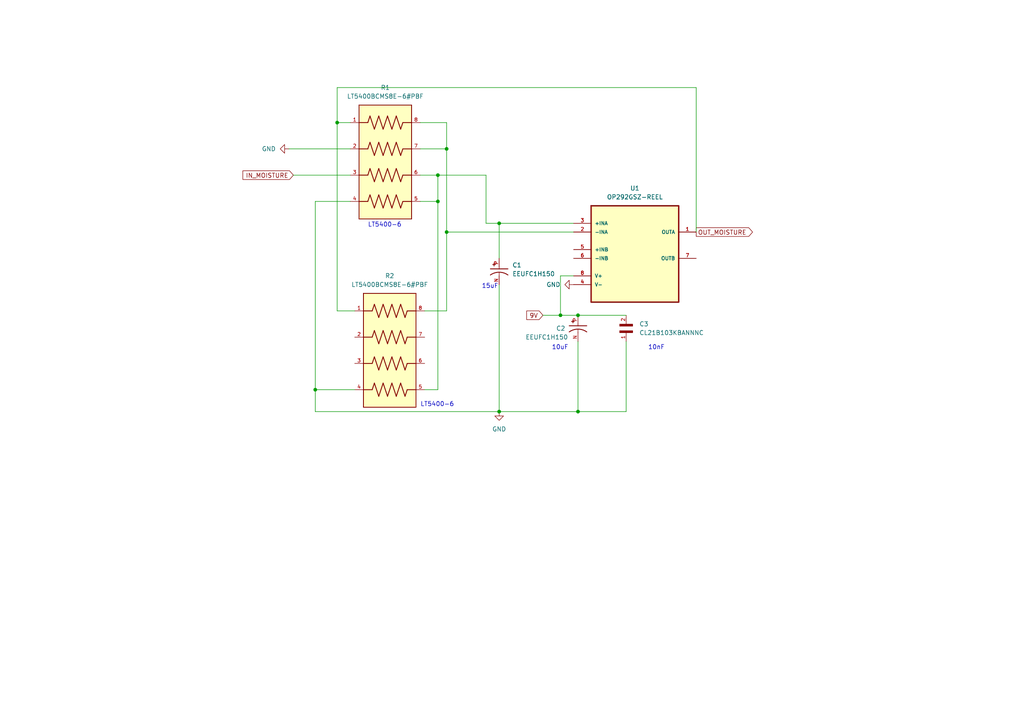
<source format=kicad_sch>
(kicad_sch (version 20211123) (generator eeschema)

  (uuid 8befa3df-156b-4e3a-9802-62060d0f9d5f)

  (paper "A4")

  (title_block
    (title "Acondicionamiento del sensor de Humedad de Suelo")
    (date "2023-06-10")
    (company "UC3M")
    (comment 1 "Se añaden condensadores a la alimentación para eliminar ruido.")
    (comment 2 "Además, se añade un filtrado de la señal a 10 Hz.")
    (comment 3 "Se realiza una amplificación de 2.5 de la señal del sensor.")
  )

  (lib_symbols
    (symbol "CL21B103KBANNNC:CL21B103KBANNNC" (pin_names (offset 1.016)) (in_bom yes) (on_board yes)
      (property "Reference" "C" (id 0) (at 0 3.81 0)
        (effects (font (size 1.27 1.27)) (justify left bottom))
      )
      (property "Value" "CL21B103KBANNNC" (id 1) (at 0 -5.08 0)
        (effects (font (size 1.27 1.27)) (justify left bottom))
      )
      (property "Footprint" "CAPC2012X140N" (id 2) (at 0 0 0)
        (effects (font (size 1.27 1.27)) (justify bottom) hide)
      )
      (property "Datasheet" "" (id 3) (at 0 0 0)
        (effects (font (size 1.27 1.27)) hide)
      )
      (symbol "CL21B103KBANNNC_0_0"
        (rectangle (start 0 -1.905) (end 0.635 1.905)
          (stroke (width 0.1) (type default) (color 0 0 0 0))
          (fill (type outline))
        )
        (rectangle (start 1.905 -1.905) (end 2.54 1.905)
          (stroke (width 0.1) (type default) (color 0 0 0 0))
          (fill (type outline))
        )
        (pin passive line (at 5.08 0 180) (length 2.54)
          (name "~" (effects (font (size 1.016 1.016))))
          (number "1" (effects (font (size 1.016 1.016))))
        )
        (pin passive line (at -2.54 0 0) (length 2.54)
          (name "~" (effects (font (size 1.016 1.016))))
          (number "2" (effects (font (size 1.016 1.016))))
        )
      )
    )
    (symbol "EEUFC1H150:EEUFC1H150" (pin_names (offset 1.016)) (in_bom yes) (on_board yes)
      (property "Reference" "C" (id 0) (at -2.54 3.81 0)
        (effects (font (size 1.27 1.27)) (justify left bottom))
      )
      (property "Value" "EEUFC1H150" (id 1) (at -2.54 -5.08 0)
        (effects (font (size 1.27 1.27)) (justify left bottom))
      )
      (property "Footprint" "CAPPRD200W50D500H1100" (id 2) (at 0 0 0)
        (effects (font (size 1.27 1.27)) (justify bottom) hide)
      )
      (property "Datasheet" "" (id 3) (at 0 0 0)
        (effects (font (size 1.27 1.27)) hide)
      )
      (property "MF" "PANASONIC" (id 4) (at 0 0 0)
        (effects (font (size 1.27 1.27)) (justify bottom) hide)
      )
      (property "b_max" "0.55" (id 5) (at 0 0 0)
        (effects (font (size 1.27 1.27)) (justify bottom) hide)
      )
      (property "DESCRIPTION" "FC-A" (id 6) (at 0 0 0)
        (effects (font (size 1.27 1.27)) (justify bottom) hide)
      )
      (property "b_nom" "0.5" (id 7) (at 0 0 0)
        (effects (font (size 1.27 1.27)) (justify bottom) hide)
      )
      (property "PARTREV" "20-DEC-19" (id 8) (at 0 0 0)
        (effects (font (size 1.27 1.27)) (justify bottom) hide)
      )
      (property "A_max" "11" (id 9) (at 0 0 0)
        (effects (font (size 1.27 1.27)) (justify bottom) hide)
      )
      (property "D_nom" "5" (id 10) (at 0 0 0)
        (effects (font (size 1.27 1.27)) (justify bottom) hide)
      )
      (property "e_nom" "2" (id 11) (at 0 0 0)
        (effects (font (size 1.27 1.27)) (justify bottom) hide)
      )
      (symbol "EEUFC1H150_0_0"
        (rectangle (start -1.173 -1.532) (end -0.284 -1.405)
          (stroke (width 0.1) (type default) (color 0 0 0 0))
          (fill (type outline))
        )
        (rectangle (start -0.792 -1.913) (end -0.665 -1.024)
          (stroke (width 0.1) (type default) (color 0 0 0 0))
          (fill (type outline))
        )
        (polyline
          (pts
            (xy 0 0)
            (xy 0.508 0)
          )
          (stroke (width 0.1524) (type default) (color 0 0 0 0))
          (fill (type none))
        )
        (polyline
          (pts
            (xy 0.508 0)
            (xy 0.508 -2.54)
          )
          (stroke (width 0.254) (type default) (color 0 0 0 0))
          (fill (type none))
        )
        (polyline
          (pts
            (xy 0.508 2.54)
            (xy 0.508 0)
          )
          (stroke (width 0.254) (type default) (color 0 0 0 0))
          (fill (type none))
        )
        (polyline
          (pts
            (xy 2.54 0)
            (xy 1.524 0)
          )
          (stroke (width 0.1524) (type default) (color 0 0 0 0))
          (fill (type none))
        )
        (arc (start 2.286 2.54) (mid 1.4851 0) (end 2.286 -2.54)
          (stroke (width 0.254) (type default) (color 0 0 0 0))
          (fill (type none))
        )
        (pin passive line (at 5.08 0 180) (length 2.54)
          (name "~" (effects (font (size 1.016 1.016))))
          (number "N" (effects (font (size 1.016 1.016))))
        )
        (pin passive line (at -2.54 0 0) (length 2.54)
          (name "~" (effects (font (size 1.016 1.016))))
          (number "P" (effects (font (size 1.016 1.016))))
        )
      )
    )
    (symbol "LT5400BCMS8E-6_PBF:LT5400BCMS8E-6#PBF" (pin_names (offset 1.016)) (in_bom yes) (on_board yes)
      (property "Reference" "R" (id 0) (at -7.62 16.51 0)
        (effects (font (size 1.27 1.27)) (justify left bottom))
      )
      (property "Value" "LT5400BCMS8E-6#PBF" (id 1) (at -7.62 -21.59 0)
        (effects (font (size 1.27 1.27)) (justify left bottom))
      )
      (property "Footprint" "SOP65P490X110-9N" (id 2) (at 0 0 0)
        (effects (font (size 1.27 1.27)) (justify bottom) hide)
      )
      (property "Datasheet" "" (id 3) (at 0 0 0)
        (effects (font (size 1.27 1.27)) hide)
      )
      (property "PARTREV" "I" (id 4) (at 0 0 0)
        (effects (font (size 1.27 1.27)) (justify bottom) hide)
      )
      (property "MANUFACTURER" "Linear Technology" (id 5) (at 0 0 0)
        (effects (font (size 1.27 1.27)) (justify bottom) hide)
      )
      (property "MAXIMUM_PACKAGE_HEIGHT" "1.1 mm" (id 6) (at 0 0 0)
        (effects (font (size 1.27 1.27)) (justify bottom) hide)
      )
      (property "STANDARD" "IPC 7351B" (id 7) (at 0 0 0)
        (effects (font (size 1.27 1.27)) (justify bottom) hide)
      )
      (symbol "LT5400BCMS8E-6#PBF_0_0"
        (rectangle (start -7.62 -17.78) (end 7.62 15.24)
          (stroke (width 0.254) (type default) (color 0 0 0 0))
          (fill (type background))
        )
        (polyline
          (pts
            (xy -5.08 -12.7)
            (xy -7.62 -12.7)
          )
          (stroke (width 0.254) (type default) (color 0 0 0 0))
          (fill (type none))
        )
        (polyline
          (pts
            (xy -5.08 -12.7)
            (xy -4.445 -10.795)
          )
          (stroke (width 0.254) (type default) (color 0 0 0 0))
          (fill (type none))
        )
        (polyline
          (pts
            (xy -5.08 -5.08)
            (xy -7.62 -5.08)
          )
          (stroke (width 0.254) (type default) (color 0 0 0 0))
          (fill (type none))
        )
        (polyline
          (pts
            (xy -5.08 -5.08)
            (xy -4.445 -3.175)
          )
          (stroke (width 0.254) (type default) (color 0 0 0 0))
          (fill (type none))
        )
        (polyline
          (pts
            (xy -5.08 2.54)
            (xy -7.62 2.54)
          )
          (stroke (width 0.254) (type default) (color 0 0 0 0))
          (fill (type none))
        )
        (polyline
          (pts
            (xy -5.08 2.54)
            (xy -4.445 4.445)
          )
          (stroke (width 0.254) (type default) (color 0 0 0 0))
          (fill (type none))
        )
        (polyline
          (pts
            (xy -5.08 10.16)
            (xy -7.62 10.16)
          )
          (stroke (width 0.254) (type default) (color 0 0 0 0))
          (fill (type none))
        )
        (polyline
          (pts
            (xy -5.08 10.16)
            (xy -4.445 12.065)
          )
          (stroke (width 0.254) (type default) (color 0 0 0 0))
          (fill (type none))
        )
        (polyline
          (pts
            (xy -4.445 -10.795)
            (xy -3.175 -14.605)
          )
          (stroke (width 0.254) (type default) (color 0 0 0 0))
          (fill (type none))
        )
        (polyline
          (pts
            (xy -4.445 -3.175)
            (xy -3.175 -6.985)
          )
          (stroke (width 0.254) (type default) (color 0 0 0 0))
          (fill (type none))
        )
        (polyline
          (pts
            (xy -4.445 4.445)
            (xy -3.175 0.635)
          )
          (stroke (width 0.254) (type default) (color 0 0 0 0))
          (fill (type none))
        )
        (polyline
          (pts
            (xy -4.445 12.065)
            (xy -3.175 8.255)
          )
          (stroke (width 0.254) (type default) (color 0 0 0 0))
          (fill (type none))
        )
        (polyline
          (pts
            (xy -3.175 -14.605)
            (xy -1.905 -10.795)
          )
          (stroke (width 0.254) (type default) (color 0 0 0 0))
          (fill (type none))
        )
        (polyline
          (pts
            (xy -3.175 -6.985)
            (xy -1.905 -3.175)
          )
          (stroke (width 0.254) (type default) (color 0 0 0 0))
          (fill (type none))
        )
        (polyline
          (pts
            (xy -3.175 0.635)
            (xy -1.905 4.445)
          )
          (stroke (width 0.254) (type default) (color 0 0 0 0))
          (fill (type none))
        )
        (polyline
          (pts
            (xy -3.175 8.255)
            (xy -1.905 12.065)
          )
          (stroke (width 0.254) (type default) (color 0 0 0 0))
          (fill (type none))
        )
        (polyline
          (pts
            (xy -1.905 -10.795)
            (xy -0.635 -14.605)
          )
          (stroke (width 0.254) (type default) (color 0 0 0 0))
          (fill (type none))
        )
        (polyline
          (pts
            (xy -1.905 -3.175)
            (xy -0.635 -6.985)
          )
          (stroke (width 0.254) (type default) (color 0 0 0 0))
          (fill (type none))
        )
        (polyline
          (pts
            (xy -1.905 4.445)
            (xy -0.635 0.635)
          )
          (stroke (width 0.254) (type default) (color 0 0 0 0))
          (fill (type none))
        )
        (polyline
          (pts
            (xy -1.905 12.065)
            (xy -0.635 8.255)
          )
          (stroke (width 0.254) (type default) (color 0 0 0 0))
          (fill (type none))
        )
        (polyline
          (pts
            (xy -0.635 -14.605)
            (xy 0.635 -10.795)
          )
          (stroke (width 0.254) (type default) (color 0 0 0 0))
          (fill (type none))
        )
        (polyline
          (pts
            (xy -0.635 -6.985)
            (xy 0.635 -3.175)
          )
          (stroke (width 0.254) (type default) (color 0 0 0 0))
          (fill (type none))
        )
        (polyline
          (pts
            (xy -0.635 0.635)
            (xy 0.635 4.445)
          )
          (stroke (width 0.254) (type default) (color 0 0 0 0))
          (fill (type none))
        )
        (polyline
          (pts
            (xy -0.635 8.255)
            (xy 0.635 12.065)
          )
          (stroke (width 0.254) (type default) (color 0 0 0 0))
          (fill (type none))
        )
        (polyline
          (pts
            (xy 0.635 -10.795)
            (xy 1.905 -14.605)
          )
          (stroke (width 0.254) (type default) (color 0 0 0 0))
          (fill (type none))
        )
        (polyline
          (pts
            (xy 0.635 -3.175)
            (xy 1.905 -6.985)
          )
          (stroke (width 0.254) (type default) (color 0 0 0 0))
          (fill (type none))
        )
        (polyline
          (pts
            (xy 0.635 4.445)
            (xy 1.905 0.635)
          )
          (stroke (width 0.254) (type default) (color 0 0 0 0))
          (fill (type none))
        )
        (polyline
          (pts
            (xy 0.635 12.065)
            (xy 1.905 8.255)
          )
          (stroke (width 0.254) (type default) (color 0 0 0 0))
          (fill (type none))
        )
        (polyline
          (pts
            (xy 1.905 -14.605)
            (xy 3.175 -10.795)
          )
          (stroke (width 0.254) (type default) (color 0 0 0 0))
          (fill (type none))
        )
        (polyline
          (pts
            (xy 1.905 -6.985)
            (xy 3.175 -3.175)
          )
          (stroke (width 0.254) (type default) (color 0 0 0 0))
          (fill (type none))
        )
        (polyline
          (pts
            (xy 1.905 0.635)
            (xy 3.175 4.445)
          )
          (stroke (width 0.254) (type default) (color 0 0 0 0))
          (fill (type none))
        )
        (polyline
          (pts
            (xy 1.905 8.255)
            (xy 3.175 12.065)
          )
          (stroke (width 0.254) (type default) (color 0 0 0 0))
          (fill (type none))
        )
        (polyline
          (pts
            (xy 3.175 -10.795)
            (xy 4.445 -14.605)
          )
          (stroke (width 0.254) (type default) (color 0 0 0 0))
          (fill (type none))
        )
        (polyline
          (pts
            (xy 3.175 -3.175)
            (xy 4.445 -6.985)
          )
          (stroke (width 0.254) (type default) (color 0 0 0 0))
          (fill (type none))
        )
        (polyline
          (pts
            (xy 3.175 4.445)
            (xy 4.445 0.635)
          )
          (stroke (width 0.254) (type default) (color 0 0 0 0))
          (fill (type none))
        )
        (polyline
          (pts
            (xy 3.175 12.065)
            (xy 4.445 8.255)
          )
          (stroke (width 0.254) (type default) (color 0 0 0 0))
          (fill (type none))
        )
        (polyline
          (pts
            (xy 4.445 -14.605)
            (xy 5.08 -12.7)
          )
          (stroke (width 0.254) (type default) (color 0 0 0 0))
          (fill (type none))
        )
        (polyline
          (pts
            (xy 4.445 -6.985)
            (xy 5.08 -5.08)
          )
          (stroke (width 0.254) (type default) (color 0 0 0 0))
          (fill (type none))
        )
        (polyline
          (pts
            (xy 4.445 0.635)
            (xy 5.08 2.54)
          )
          (stroke (width 0.254) (type default) (color 0 0 0 0))
          (fill (type none))
        )
        (polyline
          (pts
            (xy 4.445 8.255)
            (xy 5.08 10.16)
          )
          (stroke (width 0.254) (type default) (color 0 0 0 0))
          (fill (type none))
        )
        (polyline
          (pts
            (xy 5.08 -12.7)
            (xy 7.62 -12.7)
          )
          (stroke (width 0.254) (type default) (color 0 0 0 0))
          (fill (type none))
        )
        (polyline
          (pts
            (xy 5.08 -5.08)
            (xy 7.62 -5.08)
          )
          (stroke (width 0.254) (type default) (color 0 0 0 0))
          (fill (type none))
        )
        (polyline
          (pts
            (xy 5.08 2.54)
            (xy 7.62 2.54)
          )
          (stroke (width 0.254) (type default) (color 0 0 0 0))
          (fill (type none))
        )
        (polyline
          (pts
            (xy 5.08 10.16)
            (xy 7.62 10.16)
          )
          (stroke (width 0.254) (type default) (color 0 0 0 0))
          (fill (type none))
        )
        (pin passive line (at -10.16 10.16 0) (length 2.54)
          (name "~" (effects (font (size 1.016 1.016))))
          (number "1" (effects (font (size 1.016 1.016))))
        )
        (pin passive line (at -10.16 2.54 0) (length 2.54)
          (name "~" (effects (font (size 1.016 1.016))))
          (number "2" (effects (font (size 1.016 1.016))))
        )
        (pin passive line (at -10.16 -5.08 0) (length 2.54)
          (name "~" (effects (font (size 1.016 1.016))))
          (number "3" (effects (font (size 1.016 1.016))))
        )
        (pin passive line (at -10.16 -12.7 0) (length 2.54)
          (name "~" (effects (font (size 1.016 1.016))))
          (number "4" (effects (font (size 1.016 1.016))))
        )
        (pin passive line (at 10.16 -12.7 180) (length 2.54)
          (name "~" (effects (font (size 1.016 1.016))))
          (number "5" (effects (font (size 1.016 1.016))))
        )
        (pin passive line (at 10.16 -5.08 180) (length 2.54)
          (name "~" (effects (font (size 1.016 1.016))))
          (number "6" (effects (font (size 1.016 1.016))))
        )
        (pin passive line (at 10.16 2.54 180) (length 2.54)
          (name "~" (effects (font (size 1.016 1.016))))
          (number "7" (effects (font (size 1.016 1.016))))
        )
        (pin passive line (at 10.16 10.16 180) (length 2.54)
          (name "~" (effects (font (size 1.016 1.016))))
          (number "8" (effects (font (size 1.016 1.016))))
        )
      )
    )
    (symbol "OP292GSZ-REEL:OP292GSZ-REEL" (pin_names (offset 1.016)) (in_bom yes) (on_board yes)
      (property "Reference" "U" (id 0) (at -4.7764 11.0264 0)
        (effects (font (size 1.27 1.27)) (justify left bottom))
      )
      (property "Value" "OP292GSZ-REEL" (id 1) (at -5.6186 -20.1607 0)
        (effects (font (size 1.27 1.27)) (justify left bottom))
      )
      (property "Footprint" "SOIC127P600X175-8N" (id 2) (at 0 0 0)
        (effects (font (size 1.27 1.27)) (justify bottom) hide)
      )
      (property "Datasheet" "" (id 3) (at 0 0 0)
        (effects (font (size 1.27 1.27)) hide)
      )
      (property "MPN" "OP292GSZ-REEL" (id 4) (at 0 0 0)
        (effects (font (size 1.27 1.27)) (justify bottom) hide)
      )
      (property "OC_FARNELL" "unknown" (id 5) (at 0 0 0)
        (effects (font (size 1.27 1.27)) (justify bottom) hide)
      )
      (property "OC_NEWARK" "59K8859" (id 6) (at 0 0 0)
        (effects (font (size 1.27 1.27)) (justify bottom) hide)
      )
      (property "SUPPLIER" "Analog Devices" (id 7) (at 0 0 0)
        (effects (font (size 1.27 1.27)) (justify bottom) hide)
      )
      (property "PACKAGE" "SOIC-8" (id 8) (at 0 0 0)
        (effects (font (size 1.27 1.27)) (justify bottom) hide)
      )
      (symbol "OP292GSZ-REEL_0_0"
        (rectangle (start -12.7 -17.78) (end 12.7 10.16)
          (stroke (width 0.4064) (type default) (color 0 0 0 0))
          (fill (type background))
        )
        (pin passive line (at 17.78 2.54 180) (length 5.08)
          (name "OUTA" (effects (font (size 1.016 1.016))))
          (number "1" (effects (font (size 1.016 1.016))))
        )
        (pin passive line (at -17.78 2.54 0) (length 5.08)
          (name "-INA" (effects (font (size 1.016 1.016))))
          (number "2" (effects (font (size 1.016 1.016))))
        )
        (pin passive line (at -17.78 5.08 0) (length 5.08)
          (name "+INA" (effects (font (size 1.016 1.016))))
          (number "3" (effects (font (size 1.016 1.016))))
        )
        (pin power_in line (at -17.78 -12.7 0) (length 5.08)
          (name "V-" (effects (font (size 1.016 1.016))))
          (number "4" (effects (font (size 1.016 1.016))))
        )
        (pin passive line (at -17.78 -2.54 0) (length 5.08)
          (name "+INB" (effects (font (size 1.016 1.016))))
          (number "5" (effects (font (size 1.016 1.016))))
        )
        (pin passive line (at -17.78 -5.08 0) (length 5.08)
          (name "-INB" (effects (font (size 1.016 1.016))))
          (number "6" (effects (font (size 1.016 1.016))))
        )
        (pin passive line (at 17.78 -5.08 180) (length 5.08)
          (name "OUTB" (effects (font (size 1.016 1.016))))
          (number "7" (effects (font (size 1.016 1.016))))
        )
        (pin power_in line (at -17.78 -10.16 0) (length 5.08)
          (name "V+" (effects (font (size 1.016 1.016))))
          (number "8" (effects (font (size 1.016 1.016))))
        )
      )
    )
    (symbol "power:GND" (power) (pin_names (offset 0)) (in_bom yes) (on_board yes)
      (property "Reference" "#PWR" (id 0) (at 0 -6.35 0)
        (effects (font (size 1.27 1.27)) hide)
      )
      (property "Value" "GND" (id 1) (at 0 -3.81 0)
        (effects (font (size 1.27 1.27)))
      )
      (property "Footprint" "" (id 2) (at 0 0 0)
        (effects (font (size 1.27 1.27)) hide)
      )
      (property "Datasheet" "" (id 3) (at 0 0 0)
        (effects (font (size 1.27 1.27)) hide)
      )
      (property "ki_keywords" "power-flag" (id 4) (at 0 0 0)
        (effects (font (size 1.27 1.27)) hide)
      )
      (property "ki_description" "Power symbol creates a global label with name \"GND\" , ground" (id 5) (at 0 0 0)
        (effects (font (size 1.27 1.27)) hide)
      )
      (symbol "GND_0_1"
        (polyline
          (pts
            (xy 0 0)
            (xy 0 -1.27)
            (xy 1.27 -1.27)
            (xy 0 -2.54)
            (xy -1.27 -1.27)
            (xy 0 -1.27)
          )
          (stroke (width 0) (type default) (color 0 0 0 0))
          (fill (type none))
        )
      )
      (symbol "GND_1_1"
        (pin power_in line (at 0 0 270) (length 0) hide
          (name "GND" (effects (font (size 1.27 1.27))))
          (number "1" (effects (font (size 1.27 1.27))))
        )
      )
    )
  )

  (junction (at 91.44 113.03) (diameter 0) (color 0 0 0 0)
    (uuid 11e0a0d8-7fb0-4a99-b4aa-7372c950cc90)
  )
  (junction (at 167.64 119.38) (diameter 0) (color 0 0 0 0)
    (uuid 16f04a16-84ca-4ced-b8c5-86657ae037be)
  )
  (junction (at 167.64 91.44) (diameter 0) (color 0 0 0 0)
    (uuid 230c21fd-557f-4c55-91e0-8192bf759cfb)
  )
  (junction (at 144.78 64.77) (diameter 0) (color 0 0 0 0)
    (uuid 4a707d22-2be6-47ba-b2e3-dd68a398e6cc)
  )
  (junction (at 129.54 67.31) (diameter 0) (color 0 0 0 0)
    (uuid 78795233-1bc4-4e5e-87d4-8137f3c8cc69)
  )
  (junction (at 127 50.8) (diameter 0) (color 0 0 0 0)
    (uuid a0a3e210-e1f1-4d4f-9b9a-d43d293b6744)
  )
  (junction (at 144.78 119.38) (diameter 0) (color 0 0 0 0)
    (uuid a2097879-bc59-458b-a4ba-1eb3d5f69dbb)
  )
  (junction (at 162.56 91.44) (diameter 0) (color 0 0 0 0)
    (uuid a5cd8eba-3f2d-432f-9bbe-65d2b0cbff48)
  )
  (junction (at 129.54 43.18) (diameter 0) (color 0 0 0 0)
    (uuid ce8a5894-8886-469d-a824-0fed239c159a)
  )
  (junction (at 127 58.42) (diameter 0) (color 0 0 0 0)
    (uuid ef50ec94-7fd6-4257-b1e8-b00dc9ea8f1e)
  )
  (junction (at 97.79 35.56) (diameter 0) (color 0 0 0 0)
    (uuid f589b2c3-052a-4a06-bfa6-0c264707fbb9)
  )

  (wire (pts (xy 157.48 91.44) (xy 162.56 91.44))
    (stroke (width 0) (type default) (color 0 0 0 0))
    (uuid 028cac24-9ccf-4dd7-9f8a-f5208d3b62f6)
  )
  (wire (pts (xy 181.61 99.06) (xy 181.61 119.38))
    (stroke (width 0) (type default) (color 0 0 0 0))
    (uuid 08b3ebaf-6d1b-4911-8f63-a36c72b92fbe)
  )
  (wire (pts (xy 181.61 119.38) (xy 167.64 119.38))
    (stroke (width 0) (type default) (color 0 0 0 0))
    (uuid 0ab1848a-b3c3-4d4f-920a-dd60fe7f18b1)
  )
  (wire (pts (xy 102.87 90.17) (xy 97.79 90.17))
    (stroke (width 0) (type default) (color 0 0 0 0))
    (uuid 1fb81ed7-a1d4-4aca-a373-d5599f8a8be0)
  )
  (wire (pts (xy 144.78 64.77) (xy 144.78 74.93))
    (stroke (width 0) (type default) (color 0 0 0 0))
    (uuid 209064c6-79b9-455c-b0e6-9af25441cda1)
  )
  (wire (pts (xy 121.92 35.56) (xy 129.54 35.56))
    (stroke (width 0) (type default) (color 0 0 0 0))
    (uuid 2a73cfef-3bc7-446b-98c8-92bbc42f8271)
  )
  (wire (pts (xy 97.79 90.17) (xy 97.79 35.56))
    (stroke (width 0) (type default) (color 0 0 0 0))
    (uuid 2e4ca023-74d6-43c8-bd7f-dad21c5e4b01)
  )
  (wire (pts (xy 91.44 58.42) (xy 91.44 113.03))
    (stroke (width 0) (type default) (color 0 0 0 0))
    (uuid 3efc8e16-5d50-45ec-b62a-83a1cbe670c2)
  )
  (wire (pts (xy 129.54 43.18) (xy 129.54 67.31))
    (stroke (width 0) (type default) (color 0 0 0 0))
    (uuid 4b2cfac8-0313-4461-93d7-e0f901a2a687)
  )
  (wire (pts (xy 129.54 67.31) (xy 129.54 90.17))
    (stroke (width 0) (type default) (color 0 0 0 0))
    (uuid 50090234-7ee3-4e93-a815-7f39bab0aac2)
  )
  (wire (pts (xy 101.6 58.42) (xy 91.44 58.42))
    (stroke (width 0) (type default) (color 0 0 0 0))
    (uuid 54ab82ba-a940-473f-920e-076bd5035554)
  )
  (wire (pts (xy 83.82 43.18) (xy 101.6 43.18))
    (stroke (width 0) (type default) (color 0 0 0 0))
    (uuid 59551657-4814-4211-ac1d-3484f5438334)
  )
  (wire (pts (xy 91.44 119.38) (xy 144.78 119.38))
    (stroke (width 0) (type default) (color 0 0 0 0))
    (uuid 5c4fabe2-948f-4964-9767-8fbdf1f21baa)
  )
  (wire (pts (xy 127 50.8) (xy 127 58.42))
    (stroke (width 0) (type default) (color 0 0 0 0))
    (uuid 5cd48bc3-4e1b-42a8-9667-abb99a7dd0ce)
  )
  (wire (pts (xy 140.97 64.77) (xy 144.78 64.77))
    (stroke (width 0) (type default) (color 0 0 0 0))
    (uuid 70f3a2ef-c689-4dc4-b0ee-264c432b1a32)
  )
  (wire (pts (xy 127 113.03) (xy 123.19 113.03))
    (stroke (width 0) (type default) (color 0 0 0 0))
    (uuid 73c89b10-efed-4a77-8157-b00de703339b)
  )
  (wire (pts (xy 121.92 58.42) (xy 127 58.42))
    (stroke (width 0) (type default) (color 0 0 0 0))
    (uuid 7a365aab-de95-4f74-887d-0953856b58c6)
  )
  (wire (pts (xy 167.64 119.38) (xy 144.78 119.38))
    (stroke (width 0) (type default) (color 0 0 0 0))
    (uuid 7b7660e3-f403-489a-af84-e0d4b8171d30)
  )
  (wire (pts (xy 144.78 64.77) (xy 166.37 64.77))
    (stroke (width 0) (type default) (color 0 0 0 0))
    (uuid 7c06aa12-e7ad-4285-aa9f-30a165c2cb44)
  )
  (wire (pts (xy 97.79 25.4) (xy 97.79 35.56))
    (stroke (width 0) (type default) (color 0 0 0 0))
    (uuid 7f086ee9-644b-4b9d-a433-b39547978c35)
  )
  (wire (pts (xy 123.19 90.17) (xy 129.54 90.17))
    (stroke (width 0) (type default) (color 0 0 0 0))
    (uuid 895d0db5-7f63-45ea-bce3-1efcea16b886)
  )
  (wire (pts (xy 167.64 99.06) (xy 167.64 119.38))
    (stroke (width 0) (type default) (color 0 0 0 0))
    (uuid 8dee58c0-db86-468b-85b5-47854ec890f6)
  )
  (wire (pts (xy 162.56 80.01) (xy 166.37 80.01))
    (stroke (width 0) (type default) (color 0 0 0 0))
    (uuid 8f214a99-0865-402b-9be6-9190b1e1eb09)
  )
  (wire (pts (xy 129.54 35.56) (xy 129.54 43.18))
    (stroke (width 0) (type default) (color 0 0 0 0))
    (uuid 97dc86c9-e8e1-4949-ba5a-0c5c7f1bab50)
  )
  (wire (pts (xy 162.56 91.44) (xy 162.56 80.01))
    (stroke (width 0) (type default) (color 0 0 0 0))
    (uuid 9d4c5ec0-9dc8-4a56-968a-269129ce5097)
  )
  (wire (pts (xy 91.44 113.03) (xy 91.44 119.38))
    (stroke (width 0) (type default) (color 0 0 0 0))
    (uuid 9e5d99f1-f2e9-45bc-85b1-0fcaa8cf45b5)
  )
  (wire (pts (xy 121.92 43.18) (xy 129.54 43.18))
    (stroke (width 0) (type default) (color 0 0 0 0))
    (uuid adee8dbc-3f35-4c5c-bbe9-1b092742d146)
  )
  (wire (pts (xy 127 50.8) (xy 140.97 50.8))
    (stroke (width 0) (type default) (color 0 0 0 0))
    (uuid c10c070a-d1a7-4028-a36e-b65bc6f8e9f9)
  )
  (wire (pts (xy 97.79 25.4) (xy 201.93 25.4))
    (stroke (width 0) (type default) (color 0 0 0 0))
    (uuid ced72b22-75a1-47d1-8775-343db590c61d)
  )
  (wire (pts (xy 166.37 67.31) (xy 129.54 67.31))
    (stroke (width 0) (type default) (color 0 0 0 0))
    (uuid d202518a-e18c-45cd-a483-c2ead0e9771a)
  )
  (wire (pts (xy 85.09 50.8) (xy 101.6 50.8))
    (stroke (width 0) (type default) (color 0 0 0 0))
    (uuid d2fc26a0-039e-482b-9e47-555b773dde6a)
  )
  (wire (pts (xy 140.97 50.8) (xy 140.97 64.77))
    (stroke (width 0) (type default) (color 0 0 0 0))
    (uuid df8f8cb1-ce61-47ac-a883-cc2940dc24ec)
  )
  (wire (pts (xy 144.78 82.55) (xy 144.78 119.38))
    (stroke (width 0) (type default) (color 0 0 0 0))
    (uuid e27447bb-1afb-482d-926d-373d9fc0e75b)
  )
  (wire (pts (xy 127 58.42) (xy 127 113.03))
    (stroke (width 0) (type default) (color 0 0 0 0))
    (uuid e5128290-b775-418a-84b2-18f79dd95ce8)
  )
  (wire (pts (xy 121.92 50.8) (xy 127 50.8))
    (stroke (width 0) (type default) (color 0 0 0 0))
    (uuid e653aecc-7eaf-415f-a3c5-720e0e6c9d85)
  )
  (wire (pts (xy 201.93 25.4) (xy 201.93 67.31))
    (stroke (width 0) (type default) (color 0 0 0 0))
    (uuid e8d46bbb-15b6-47ea-85b2-8b79a359c874)
  )
  (wire (pts (xy 91.44 113.03) (xy 102.87 113.03))
    (stroke (width 0) (type default) (color 0 0 0 0))
    (uuid e8df2d9b-c17b-4f71-835b-21c004856288)
  )
  (wire (pts (xy 97.79 35.56) (xy 101.6 35.56))
    (stroke (width 0) (type default) (color 0 0 0 0))
    (uuid edbda1a8-d5f3-498b-9613-e61f069639fd)
  )
  (wire (pts (xy 162.56 91.44) (xy 167.64 91.44))
    (stroke (width 0) (type default) (color 0 0 0 0))
    (uuid f2c6195c-0827-4f14-b97e-adbd3a7f2893)
  )
  (wire (pts (xy 167.64 91.44) (xy 181.61 91.44))
    (stroke (width 0) (type default) (color 0 0 0 0))
    (uuid fbb45c56-fc12-48a5-af55-8591e4f19eb0)
  )

  (text "10nF" (at 187.96 101.6 0)
    (effects (font (size 1.27 1.27)) (justify left bottom))
    (uuid 069518cd-1112-4644-a8e4-430df3d67362)
  )
  (text "LT5400-6" (at 106.68 66.04 0)
    (effects (font (size 1.27 1.27)) (justify left bottom))
    (uuid 155a5f08-4180-445b-a0ff-55f851274fa6)
  )
  (text "10uF" (at 160.02 101.6 0)
    (effects (font (size 1.27 1.27)) (justify left bottom))
    (uuid 708c76c1-be32-4950-a713-795f17b1e3b4)
  )
  (text "LT5400-6" (at 121.92 118.11 0)
    (effects (font (size 1.27 1.27)) (justify left bottom))
    (uuid cd185925-2f21-4ac0-b57d-9031b3f5593e)
  )
  (text "15uF" (at 139.7 83.82 0)
    (effects (font (size 1.27 1.27)) (justify left bottom))
    (uuid ef20a704-c94a-499d-a57f-07151c5b2140)
  )

  (global_label "OUT_MOISTURE" (shape output) (at 201.93 67.31 0) (fields_autoplaced)
    (effects (font (size 1.27 1.27)) (justify left))
    (uuid 49af5eb9-ae99-41df-af63-c013cc131656)
    (property "Intersheet References" "${INTERSHEET_REFS}" (id 0) (at 218.2526 67.2306 0)
      (effects (font (size 1.27 1.27)) (justify left) hide)
    )
  )
  (global_label "IN_MOISTURE" (shape input) (at 85.09 50.8 180) (fields_autoplaced)
    (effects (font (size 1.27 1.27)) (justify right))
    (uuid 7170db73-14f0-4f59-bdc2-251a28f4f7e6)
    (property "Intersheet References" "${INTERSHEET_REFS}" (id 0) (at 70.4607 50.7206 0)
      (effects (font (size 1.27 1.27)) (justify right) hide)
    )
  )
  (global_label "9V" (shape input) (at 157.48 91.44 180) (fields_autoplaced)
    (effects (font (size 1.27 1.27)) (justify right))
    (uuid f44f75b6-0e0e-4b33-8fd1-58934d76ca94)
    (property "Intersheet References" "${INTERSHEET_REFS}" (id 0) (at 152.7688 91.3606 0)
      (effects (font (size 1.27 1.27)) (justify right) hide)
    )
  )

  (symbol (lib_id "LT5400BCMS8E-6_PBF:LT5400BCMS8E-6#PBF") (at 111.76 45.72 0) (unit 1)
    (in_bom yes) (on_board yes) (fields_autoplaced)
    (uuid 3aadcd47-3b1a-42b3-8989-ca3fe4c68af1)
    (property "Reference" "R1" (id 0) (at 111.76 25.4 0))
    (property "Value" "LT5400BCMS8E-6#PBF" (id 1) (at 111.76 27.94 0))
    (property "Footprint" "SOP65P490X110-9N" (id 2) (at 111.76 45.72 0)
      (effects (font (size 1.27 1.27)) (justify bottom) hide)
    )
    (property "Datasheet" "" (id 3) (at 111.76 45.72 0)
      (effects (font (size 1.27 1.27)) hide)
    )
    (property "PARTREV" "I" (id 4) (at 111.76 45.72 0)
      (effects (font (size 1.27 1.27)) (justify bottom) hide)
    )
    (property "MANUFACTURER" "Linear Technology" (id 5) (at 111.76 45.72 0)
      (effects (font (size 1.27 1.27)) (justify bottom) hide)
    )
    (property "MAXIMUM_PACKAGE_HEIGHT" "1.1 mm" (id 6) (at 111.76 45.72 0)
      (effects (font (size 1.27 1.27)) (justify bottom) hide)
    )
    (property "STANDARD" "IPC 7351B" (id 7) (at 111.76 45.72 0)
      (effects (font (size 1.27 1.27)) (justify bottom) hide)
    )
    (pin "1" (uuid 5259354a-007f-41be-9359-08da5f6ab5c9))
    (pin "2" (uuid 131ede4d-6918-421b-9701-8d5d5afc1df8))
    (pin "3" (uuid 513bfad0-05cd-4ea3-8bfd-6428745312d2))
    (pin "4" (uuid 7089e3b6-240b-4353-9407-ac9bb7624116))
    (pin "5" (uuid b7a58ba3-f065-4296-9b5d-b962515721dc))
    (pin "6" (uuid 3dcad3ca-a48b-4cfd-a3dc-a5a9f3b853d4))
    (pin "7" (uuid e33f856d-19f5-4af5-a8f8-fbc66b98be0c))
    (pin "8" (uuid 3c837276-e1e2-486d-8324-696c435595dc))
  )

  (symbol (lib_id "power:GND") (at 166.37 82.55 270) (unit 1)
    (in_bom yes) (on_board yes) (fields_autoplaced)
    (uuid 3c506733-d271-475d-8352-dc4f0667d663)
    (property "Reference" "#PWR0101" (id 0) (at 160.02 82.55 0)
      (effects (font (size 1.27 1.27)) hide)
    )
    (property "Value" "GND" (id 1) (at 162.56 82.5499 90)
      (effects (font (size 1.27 1.27)) (justify right))
    )
    (property "Footprint" "" (id 2) (at 166.37 82.55 0)
      (effects (font (size 1.27 1.27)) hide)
    )
    (property "Datasheet" "" (id 3) (at 166.37 82.55 0)
      (effects (font (size 1.27 1.27)) hide)
    )
    (pin "1" (uuid 95d0797a-6862-4b55-99af-d1b057faad3f))
  )

  (symbol (lib_id "CL21B103KBANNNC:CL21B103KBANNNC") (at 181.61 93.98 270) (unit 1)
    (in_bom yes) (on_board yes) (fields_autoplaced)
    (uuid 831f68d3-6c4e-4d75-a719-56f2c2f749ee)
    (property "Reference" "C3" (id 0) (at 185.42 93.9799 90)
      (effects (font (size 1.27 1.27)) (justify left))
    )
    (property "Value" "CL21B103KBANNNC" (id 1) (at 185.42 96.5199 90)
      (effects (font (size 1.27 1.27)) (justify left))
    )
    (property "Footprint" "CAPC2012X140N" (id 2) (at 181.61 93.98 0)
      (effects (font (size 1.27 1.27)) (justify bottom) hide)
    )
    (property "Datasheet" "" (id 3) (at 181.61 93.98 0)
      (effects (font (size 1.27 1.27)) hide)
    )
    (pin "1" (uuid 63cf99b2-25fc-4d0c-9a8a-552d8880452f))
    (pin "2" (uuid 8ba9e17e-03fc-4264-a79e-18c8f7f0de96))
  )

  (symbol (lib_id "EEUFC1H150:EEUFC1H150") (at 167.64 93.98 270) (unit 1)
    (in_bom yes) (on_board yes)
    (uuid 8c8e7dea-79e8-4e21-9cfe-d151717ec894)
    (property "Reference" "C2" (id 0) (at 161.29 95.25 90)
      (effects (font (size 1.27 1.27)) (justify left))
    )
    (property "Value" "EEUFC1H150" (id 1) (at 152.4 97.79 90)
      (effects (font (size 1.27 1.27)) (justify left))
    )
    (property "Footprint" "CAPPRD200W50D500H1100" (id 2) (at 167.64 93.98 0)
      (effects (font (size 1.27 1.27)) (justify bottom) hide)
    )
    (property "Datasheet" "" (id 3) (at 167.64 93.98 0)
      (effects (font (size 1.27 1.27)) hide)
    )
    (property "MF" "PANASONIC" (id 4) (at 167.64 93.98 0)
      (effects (font (size 1.27 1.27)) (justify bottom) hide)
    )
    (property "b_max" "0.55" (id 5) (at 167.64 93.98 0)
      (effects (font (size 1.27 1.27)) (justify bottom) hide)
    )
    (property "DESCRIPTION" "FC-A" (id 6) (at 167.64 93.98 0)
      (effects (font (size 1.27 1.27)) (justify bottom) hide)
    )
    (property "b_nom" "0.5" (id 7) (at 167.64 93.98 0)
      (effects (font (size 1.27 1.27)) (justify bottom) hide)
    )
    (property "PARTREV" "20-DEC-19" (id 8) (at 167.64 93.98 0)
      (effects (font (size 1.27 1.27)) (justify bottom) hide)
    )
    (property "A_max" "11" (id 9) (at 167.64 93.98 0)
      (effects (font (size 1.27 1.27)) (justify bottom) hide)
    )
    (property "D_nom" "5" (id 10) (at 167.64 93.98 0)
      (effects (font (size 1.27 1.27)) (justify bottom) hide)
    )
    (property "e_nom" "2" (id 11) (at 167.64 93.98 0)
      (effects (font (size 1.27 1.27)) (justify bottom) hide)
    )
    (pin "N" (uuid 32a4f6ae-3c36-4e54-b9a4-cef650c30d84))
    (pin "P" (uuid 655d76f6-1b1d-4a18-81ec-d9db456621b9))
  )

  (symbol (lib_id "power:GND") (at 83.82 43.18 270) (unit 1)
    (in_bom yes) (on_board yes) (fields_autoplaced)
    (uuid 96872203-71e8-4540-8050-ec6342f8a5dc)
    (property "Reference" "#PWR0103" (id 0) (at 77.47 43.18 0)
      (effects (font (size 1.27 1.27)) hide)
    )
    (property "Value" "GND" (id 1) (at 80.01 43.1799 90)
      (effects (font (size 1.27 1.27)) (justify right))
    )
    (property "Footprint" "" (id 2) (at 83.82 43.18 0)
      (effects (font (size 1.27 1.27)) hide)
    )
    (property "Datasheet" "" (id 3) (at 83.82 43.18 0)
      (effects (font (size 1.27 1.27)) hide)
    )
    (pin "1" (uuid 2fbab329-967b-4377-8291-d71b84d85127))
  )

  (symbol (lib_id "power:GND") (at 144.78 119.38 0) (unit 1)
    (in_bom yes) (on_board yes) (fields_autoplaced)
    (uuid b4f1252f-5d0d-4edf-848f-d21c7bbc0cdb)
    (property "Reference" "#PWR0102" (id 0) (at 144.78 125.73 0)
      (effects (font (size 1.27 1.27)) hide)
    )
    (property "Value" "GND" (id 1) (at 144.78 124.46 0))
    (property "Footprint" "" (id 2) (at 144.78 119.38 0)
      (effects (font (size 1.27 1.27)) hide)
    )
    (property "Datasheet" "" (id 3) (at 144.78 119.38 0)
      (effects (font (size 1.27 1.27)) hide)
    )
    (pin "1" (uuid e6d5553d-958b-4627-8572-50fdb10320f6))
  )

  (symbol (lib_id "EEUFC1H150:EEUFC1H150") (at 144.78 77.47 270) (unit 1)
    (in_bom yes) (on_board yes) (fields_autoplaced)
    (uuid d384948f-de2d-4b14-9c18-0800414b00be)
    (property "Reference" "C1" (id 0) (at 148.59 76.8965 90)
      (effects (font (size 1.27 1.27)) (justify left))
    )
    (property "Value" "EEUFC1H150" (id 1) (at 148.59 79.4365 90)
      (effects (font (size 1.27 1.27)) (justify left))
    )
    (property "Footprint" "CAPPRD200W50D500H1100" (id 2) (at 144.78 77.47 0)
      (effects (font (size 1.27 1.27)) (justify bottom) hide)
    )
    (property "Datasheet" "" (id 3) (at 144.78 77.47 0)
      (effects (font (size 1.27 1.27)) hide)
    )
    (property "MF" "PANASONIC" (id 4) (at 144.78 77.47 0)
      (effects (font (size 1.27 1.27)) (justify bottom) hide)
    )
    (property "b_max" "0.55" (id 5) (at 144.78 77.47 0)
      (effects (font (size 1.27 1.27)) (justify bottom) hide)
    )
    (property "DESCRIPTION" "FC-A" (id 6) (at 144.78 77.47 0)
      (effects (font (size 1.27 1.27)) (justify bottom) hide)
    )
    (property "b_nom" "0.5" (id 7) (at 144.78 77.47 0)
      (effects (font (size 1.27 1.27)) (justify bottom) hide)
    )
    (property "PARTREV" "20-DEC-19" (id 8) (at 144.78 77.47 0)
      (effects (font (size 1.27 1.27)) (justify bottom) hide)
    )
    (property "A_max" "11" (id 9) (at 144.78 77.47 0)
      (effects (font (size 1.27 1.27)) (justify bottom) hide)
    )
    (property "D_nom" "5" (id 10) (at 144.78 77.47 0)
      (effects (font (size 1.27 1.27)) (justify bottom) hide)
    )
    (property "e_nom" "2" (id 11) (at 144.78 77.47 0)
      (effects (font (size 1.27 1.27)) (justify bottom) hide)
    )
    (pin "N" (uuid 5bc4202e-e869-498d-8414-5ee0e05a1540))
    (pin "P" (uuid 112dca9a-e1ae-45ca-87fa-deceddd23219))
  )

  (symbol (lib_id "OP292GSZ-REEL:OP292GSZ-REEL") (at 184.15 69.85 0) (unit 1)
    (in_bom yes) (on_board yes) (fields_autoplaced)
    (uuid d9c8187e-b0ae-48f6-9fcc-d0473528e2ab)
    (property "Reference" "U1" (id 0) (at 184.15 54.61 0))
    (property "Value" "OP292GSZ-REEL" (id 1) (at 184.15 57.15 0))
    (property "Footprint" "SOIC127P600X175-8N" (id 2) (at 184.15 69.85 0)
      (effects (font (size 1.27 1.27)) (justify bottom) hide)
    )
    (property "Datasheet" "" (id 3) (at 184.15 69.85 0)
      (effects (font (size 1.27 1.27)) hide)
    )
    (property "MPN" "OP292GSZ-REEL" (id 4) (at 184.15 69.85 0)
      (effects (font (size 1.27 1.27)) (justify bottom) hide)
    )
    (property "OC_FARNELL" "unknown" (id 5) (at 184.15 69.85 0)
      (effects (font (size 1.27 1.27)) (justify bottom) hide)
    )
    (property "OC_NEWARK" "59K8859" (id 6) (at 184.15 69.85 0)
      (effects (font (size 1.27 1.27)) (justify bottom) hide)
    )
    (property "SUPPLIER" "Analog Devices" (id 7) (at 184.15 69.85 0)
      (effects (font (size 1.27 1.27)) (justify bottom) hide)
    )
    (property "PACKAGE" "SOIC-8" (id 8) (at 184.15 69.85 0)
      (effects (font (size 1.27 1.27)) (justify bottom) hide)
    )
    (pin "1" (uuid 27897ff1-420d-4476-94dc-593eb2c88781))
    (pin "2" (uuid f8267f41-0dd5-413a-80e4-867c7bb7f2f9))
    (pin "3" (uuid 74b75aab-b69f-40d3-847d-43746723e6d9))
    (pin "4" (uuid a8538e7a-a60d-42ac-9550-f3d2e179cc15))
    (pin "5" (uuid b3e7bec5-ac98-4180-8ccf-94ff7a41cbef))
    (pin "6" (uuid 754c0ed7-532b-4f0e-8eb4-d90e742a280a))
    (pin "7" (uuid 3c0d2a1b-1aa3-40fd-a8c3-c494e3693992))
    (pin "8" (uuid d7eefcbb-b4ab-4c43-bb31-2d3a7c31ceab))
  )

  (symbol (lib_id "LT5400BCMS8E-6_PBF:LT5400BCMS8E-6#PBF") (at 113.03 100.33 0) (unit 1)
    (in_bom yes) (on_board yes) (fields_autoplaced)
    (uuid fac022d4-57a1-4156-b853-8cf97be1f4e3)
    (property "Reference" "R2" (id 0) (at 113.03 80.01 0))
    (property "Value" "LT5400BCMS8E-6#PBF" (id 1) (at 113.03 82.55 0))
    (property "Footprint" "SOP65P490X110-9N" (id 2) (at 113.03 100.33 0)
      (effects (font (size 1.27 1.27)) (justify bottom) hide)
    )
    (property "Datasheet" "" (id 3) (at 113.03 100.33 0)
      (effects (font (size 1.27 1.27)) hide)
    )
    (property "PARTREV" "I" (id 4) (at 113.03 100.33 0)
      (effects (font (size 1.27 1.27)) (justify bottom) hide)
    )
    (property "MANUFACTURER" "Linear Technology" (id 5) (at 113.03 100.33 0)
      (effects (font (size 1.27 1.27)) (justify bottom) hide)
    )
    (property "MAXIMUM_PACKAGE_HEIGHT" "1.1 mm" (id 6) (at 113.03 100.33 0)
      (effects (font (size 1.27 1.27)) (justify bottom) hide)
    )
    (property "STANDARD" "IPC 7351B" (id 7) (at 113.03 100.33 0)
      (effects (font (size 1.27 1.27)) (justify bottom) hide)
    )
    (pin "1" (uuid 91bd3e3e-2df3-4cb9-b93a-05cf9c1931ec))
    (pin "2" (uuid e155b8f5-9447-4807-bc0a-214797f3d143))
    (pin "3" (uuid d07c27fb-7ad8-45e8-953a-c2b32999049a))
    (pin "4" (uuid 5e326c22-165b-499c-8c64-7d1eb8f76e73))
    (pin "5" (uuid 266ae63c-20d9-46bf-9522-cc90054def81))
    (pin "6" (uuid 3cdc2c36-213d-4e6e-94b7-a8b70a847d73))
    (pin "7" (uuid a850d35c-7d98-44e6-94ff-87a073857704))
    (pin "8" (uuid 05430ab4-1096-4a6e-9cf5-ced5e6bbd9dd))
  )
)

</source>
